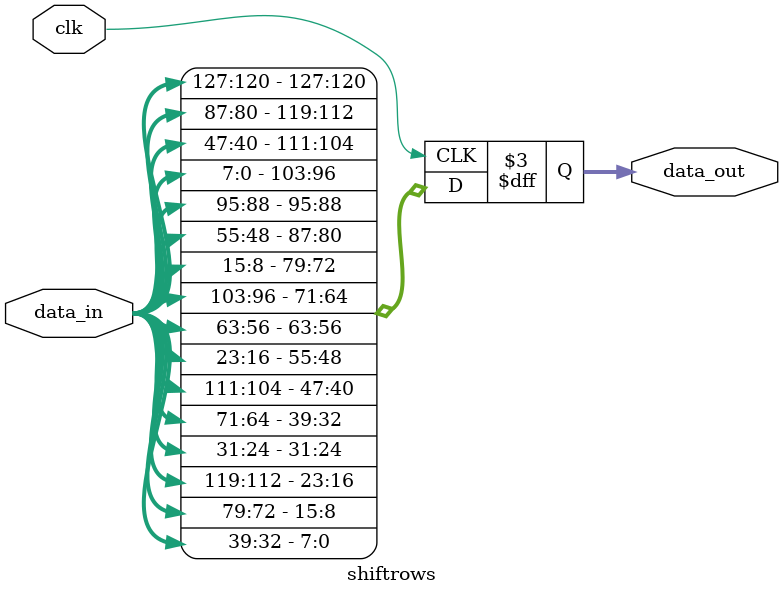
<source format=v>
`timescale 1ns / 1ps

module shiftrows(clk,data_in,data_out
    );
	 input clk;
	 input [127:0]data_in;
	 output reg [127:0]data_out=128'b0;
	 
	 always@(posedge clk)
	 begin
	 data_out[127:120]<=data_in[127:120];
	 data_out[119:112]<=data_in[87:80];
	 data_out[111:104]<=data_in[47:40];
	 data_out[103:96]<= data_in[7:0];
	 
	 
	 data_out[95:88]<=data_in[95:88];
	 data_out[87:80]<=data_in[55:48];
	 data_out[79:72]<=data_in[15:8];
	 data_out[71:64]<=data_in[103:96];
	 
	 data_out[63:56]<=data_in[63:56];
	 data_out[55:48]<=data_in[23:16];
	 data_out[47:40]<=data_in[111:104];
	 data_out[39:32]<=data_in[71:64];
	 
	 data_out[31:24]<=data_in[31:24];
	 data_out[23:16]<=data_in[119:112];
	 data_out[15:8]<= data_in[79:72];
	 data_out[7:0]<=data_in[39:32];
	 end
endmodule

</source>
